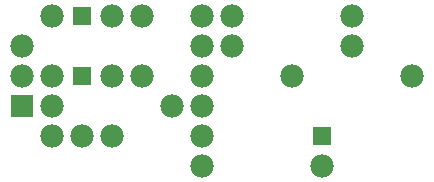
<source format=gbs>
G75*
%MOIN*%
%OFA0B0*%
%FSLAX25Y25*%
%IPPOS*%
%LPD*%
%AMOC8*
5,1,8,0,0,1.08239X$1,22.5*
%
%ADD10C,0.07800*%
%ADD11R,0.06343X0.06343*%
%ADD12R,0.07800X0.07800*%
D10*
X0031000Y0021000D03*
X0041000Y0021000D03*
X0051000Y0021000D03*
X0031000Y0031000D03*
X0031000Y0041000D03*
X0021000Y0041000D03*
X0021000Y0051000D03*
X0031000Y0061000D03*
X0051000Y0061000D03*
X0061000Y0061000D03*
X0081000Y0061000D03*
X0091000Y0061000D03*
X0091000Y0051000D03*
X0081000Y0051000D03*
X0081000Y0041000D03*
X0081000Y0031000D03*
X0071000Y0031000D03*
X0061000Y0041000D03*
X0051000Y0041000D03*
X0081000Y0021000D03*
X0081000Y0011000D03*
X0121000Y0011000D03*
X0111000Y0041000D03*
X0131000Y0051000D03*
X0131000Y0061000D03*
X0151000Y0041000D03*
D11*
X0121000Y0021000D03*
X0041000Y0041000D03*
X0041000Y0061000D03*
D12*
X0021000Y0031000D03*
M02*

</source>
